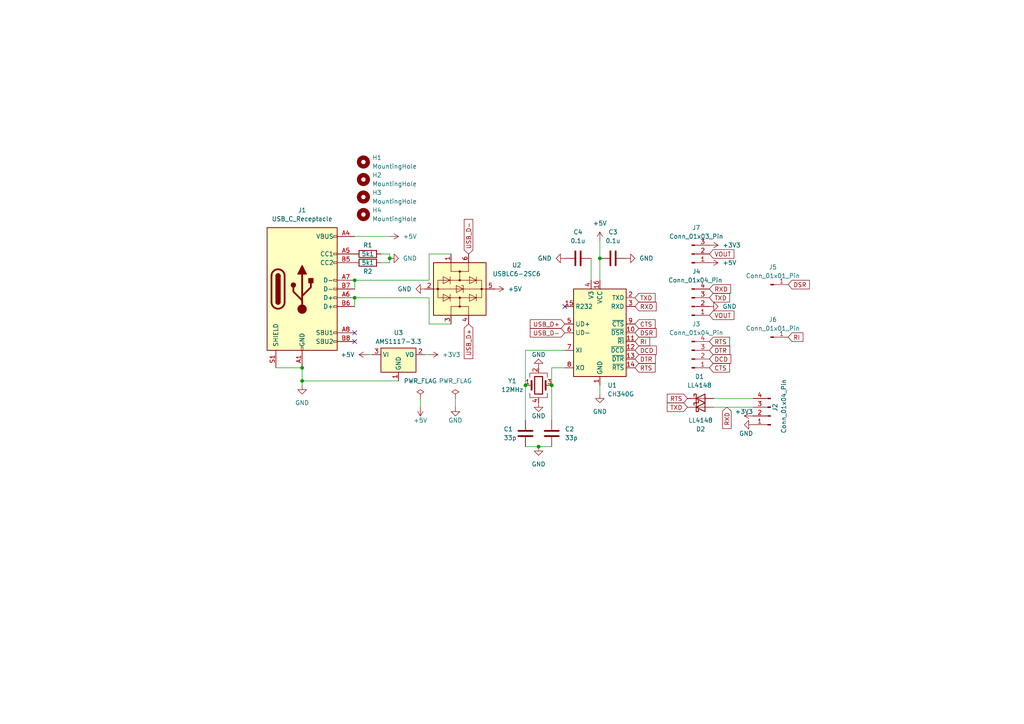
<source format=kicad_sch>
(kicad_sch (version 20230121) (generator eeschema)
  (paper "A4")
  (lib_symbols
    (symbol "Connector:Conn_01x01_Pin" (pin_names (offset 1.016) hide)
      (property "Reference" "J" (at 0 2.54 0))
      (property "Value" "Conn_01x01_Pin" (at 0 -2.54 0))
      (symbol "Conn_01x01_Pin_1_1"
        (polyline (pts (xy 1.27 0) (xy 0.8636 0)) (stroke (width 0.1524)))
        (rectangle (start 0.8636 0.127) (end 0 -0.127) (stroke (width 0.1524)) (fill (type outline)))
        (pin passive line (at 5.08 0 180) (length 3.81) (name "Pin_1") (number "1"))
      )
    )
    (symbol "Connector:Conn_01x03_Pin" (pin_names (offset 1.016) hide)
      (property "Reference" "J" (at 0 5.08 0))
      (property "Value" "Conn_01x03_Pin" (at 0 -5.08 0))
      (symbol "Conn_01x03_Pin_1_1"
        (polyline (pts (xy 1.27 -2.54) (xy 0.8636 -2.54)) (stroke (width 0.1524)))
        (polyline (pts (xy 1.27 0) (xy 0.8636 0)) (stroke (width 0.1524)))
        (polyline (pts (xy 1.27 2.54) (xy 0.8636 2.54)) (stroke (width 0.1524)))
        (rectangle (start 0.8636 -2.413) (end 0 -2.667) (stroke (width 0.1524)) (fill (type outline)))
        (rectangle (start 0.8636 0.127) (end 0 -0.127) (stroke (width 0.1524)) (fill (type outline)))
        (rectangle (start 0.8636 2.667) (end 0 2.413) (stroke (width 0.1524)) (fill (type outline)))
        (pin passive line (at 5.08 2.54 180) (length 3.81) (name "Pin_1") (number "1"))
        (pin passive line (at 5.08 0 180) (length 3.81) (name "Pin_2") (number "2"))
        (pin passive line (at 5.08 -2.54 180) (length 3.81) (name "Pin_3") (number "3"))
      )
    )
    (symbol "Connector:Conn_01x04_Pin" (pin_names (offset 1.016) hide)
      (property "Reference" "J" (at 0 5.08 0))
      (property "Value" "Conn_01x04_Pin" (at 0 -7.62 0))
      (symbol "Conn_01x04_Pin_1_1"
        (polyline (pts (xy 1.27 -5.08) (xy 0.8636 -5.08)) (stroke (width 0.1524)))
        (polyline (pts (xy 1.27 -2.54) (xy 0.8636 -2.54)) (stroke (width 0.1524)))
        (polyline (pts (xy 1.27 0) (xy 0.8636 0)) (stroke (width 0.1524)))
        (polyline (pts (xy 1.27 2.54) (xy 0.8636 2.54)) (stroke (width 0.1524)))
        (rectangle (start 0.8636 -4.953) (end 0 -5.207) (stroke (width 0.1524)) (fill (type outline)))
        (rectangle (start 0.8636 -2.413) (end 0 -2.667) (stroke (width 0.1524)) (fill (type outline)))
        (rectangle (start 0.8636 0.127) (end 0 -0.127) (stroke (width 0.1524)) (fill (type outline)))
        (rectangle (start 0.8636 2.667) (end 0 2.413) (stroke (width 0.1524)) (fill (type outline)))
        (pin passive line (at 5.08 2.54 180) (length 3.81) (name "Pin_1") (number "1"))
        (pin passive line (at 5.08 0 180) (length 3.81) (name "Pin_2") (number "2"))
        (pin passive line (at 5.08 -2.54 180) (length 3.81) (name "Pin_3") (number "3"))
        (pin passive line (at 5.08 -5.08 180) (length 3.81) (name "Pin_4") (number "4"))
      )
    )
    (symbol "Connector:USB_C_Receptacle_USB2.0" (pin_names (offset 1.016))
      (property "Reference" "J" (at -10.16 19.05 0))
      (property "Value" "USB_C_Receptacle_USB2.0" (at 19.05 19.05 0))
      (symbol "USB_C_Receptacle_USB2.0_0_0"
        (rectangle (start -0.254 -17.78) (end 0.254 -16.764))
        (rectangle (start 10.16 -14.986) (end 9.144 -15.494))
        (rectangle (start 10.16 -12.446) (end 9.144 -12.954))
        (rectangle (start 10.16 -4.826) (end 9.144 -5.334))
        (rectangle (start 10.16 -2.286) (end 9.144 -2.794))
        (rectangle (start 10.16 0.254) (end 9.144 -0.254))
        (rectangle (start 10.16 2.794) (end 9.144 2.286))
        (rectangle (start 10.16 7.874) (end 9.144 7.366))
        (rectangle (start 10.16 10.414) (end 9.144 9.906))
        (rectangle (start 10.16 15.494) (end 9.144 14.986))
      )
      (symbol "USB_C_Receptacle_USB2.0_0_1"
        (rectangle (start -10.16 17.78) (end 10.16 -17.78) (stroke (width 0.254)) (fill (type background)))
        (arc (start -8.89 -3.81) (mid -6.985 -5.7067) (end -5.08 -3.81) (stroke (width 0.508)))
        (arc (start -7.62 -3.81) (mid -6.985 -4.4423) (end -6.35 -3.81) (stroke (width 0.254)))
        (arc (start -7.62 -3.81) (mid -6.985 -4.4423) (end -6.35 -3.81) (stroke (width 0.254)) (fill (type outline)))
        (rectangle (start -7.62 -3.81) (end -6.35 3.81) (stroke (width 0.254)) (fill (type outline)))
        (arc (start -6.35 3.81) (mid -6.985 4.4423) (end -7.62 3.81) (stroke (width 0.254)))
        (arc (start -6.35 3.81) (mid -6.985 4.4423) (end -7.62 3.81) (stroke (width 0.254)) (fill (type outline)))
        (arc (start -5.08 3.81) (mid -6.985 5.7067) (end -8.89 3.81) (stroke (width 0.508)))
        (circle (center -2.54 1.143) (radius 0.635) (stroke (width 0.254)) (fill (type outline)))
        (circle (center 0 -5.842) (radius 1.27) (fill (type outline)))
        (polyline (pts (xy -8.89 -3.81) (xy -8.89 3.81)) (stroke (width 0.508)))
        (polyline (pts (xy -5.08 3.81) (xy -5.08 -3.81)) (stroke (width 0.508)))
        (polyline (pts (xy 0 -5.842) (xy 0 4.318)) (stroke (width 0.508)))
        (polyline (pts (xy 0 -3.302) (xy -2.54 -0.762) (xy -2.54 0.508)) (stroke (width 0.508)))
        (polyline (pts (xy 0 -2.032) (xy 2.54 0.508) (xy 2.54 1.778)) (stroke (width 0.508)))
        (polyline (pts (xy -1.27 4.318) (xy 0 6.858) (xy 1.27 4.318) (xy -1.27 4.318)) (stroke (width 0.254)) (fill (type outline)))
        (rectangle (start 1.905 1.778) (end 3.175 3.048) (stroke (width 0.254)) (fill (type outline)))
      )
      (symbol "USB_C_Receptacle_USB2.0_1_1"
        (pin passive line (at 0 -22.86 90) (length 5.08) (name "GND") (number "A1"))
        (pin passive line (at 0 -22.86 90) (length 5.08) hide (name "GND") (number "A12"))
        (pin passive line (at 15.24 15.24 180) (length 5.08) (name "VBUS") (number "A4"))
        (pin bidirectional line (at 15.24 10.16 180) (length 5.08) (name "CC1") (number "A5"))
        (pin bidirectional line (at 15.24 -2.54 180) (length 5.08) (name "D+") (number "A6"))
        (pin bidirectional line (at 15.24 2.54 180) (length 5.08) (name "D-") (number "A7"))
        (pin bidirectional line (at 15.24 -12.7 180) (length 5.08) (name "SBU1") (number "A8"))
        (pin passive line (at 15.24 15.24 180) (length 5.08) hide (name "VBUS") (number "A9"))
        (pin passive line (at 0 -22.86 90) (length 5.08) hide (name "GND") (number "B1"))
        (pin passive line (at 0 -22.86 90) (length 5.08) hide (name "GND") (number "B12"))
        (pin passive line (at 15.24 15.24 180) (length 5.08) hide (name "VBUS") (number "B4"))
        (pin bidirectional line (at 15.24 7.62 180) (length 5.08) (name "CC2") (number "B5"))
        (pin bidirectional line (at 15.24 -5.08 180) (length 5.08) (name "D+") (number "B6"))
        (pin bidirectional line (at 15.24 0 180) (length 5.08) (name "D-") (number "B7"))
        (pin bidirectional line (at 15.24 -15.24 180) (length 5.08) (name "SBU2") (number "B8"))
        (pin passive line (at 15.24 15.24 180) (length 5.08) hide (name "VBUS") (number "B9"))
        (pin passive line (at -7.62 -22.86 90) (length 5.08) (name "SHIELD") (number "S1"))
      )
    )
    (symbol "Device:C" (pin_numbers hide) (pin_names (offset 0.254))
      (property "Reference" "C" (at 0.635 2.54 0))
      (property "Value" "C" (at 0.635 -2.54 0))
      (symbol "C_0_1"
        (polyline (pts (xy -2.032 -0.762) (xy 2.032 -0.762)) (stroke (width 0.508)))
        (polyline (pts (xy -2.032 0.762) (xy 2.032 0.762)) (stroke (width 0.508)))
      )
      (symbol "C_1_1"
        (pin passive line (at 0 3.81 270) (length 2.794) (name "~") (number "1"))
        (pin passive line (at 0 -3.81 90) (length 2.794) (name "~") (number "2"))
      )
    )
    (symbol "Device:Crystal_GND24" (pin_names (offset 1.016) hide)
      (property "Reference" "Y" (at 3.175 5.08 0))
      (property "Value" "Crystal_GND24" (at 3.175 3.175 0))
      (symbol "Crystal_GND24_0_1"
        (rectangle (start -1.143 2.54) (end 1.143 -2.54) (stroke (width 0.3048)))
        (polyline (pts (xy -2.54 0) (xy -2.032 0)))
        (polyline (pts (xy -2.032 -1.27) (xy -2.032 1.27)) (stroke (width 0.508)))
        (polyline (pts (xy 0 -3.81) (xy 0 -3.556)))
        (polyline (pts (xy 0 3.556) (xy 0 3.81)))
        (polyline (pts (xy 2.032 -1.27) (xy 2.032 1.27)) (stroke (width 0.508)))
        (polyline (pts (xy 2.032 0) (xy 2.54 0)))
        (polyline (pts (xy -2.54 -2.286) (xy -2.54 -3.556) (xy 2.54 -3.556) (xy 2.54 -2.286)))
        (polyline (pts (xy -2.54 2.286) (xy -2.54 3.556) (xy 2.54 3.556) (xy 2.54 2.286)))
      )
      (symbol "Crystal_GND24_1_1"
        (pin passive line (at -3.81 0 0) (length 1.27) (name "1") (number "1"))
        (pin passive line (at 0 5.08 270) (length 1.27) (name "2") (number "2"))
        (pin passive line (at 3.81 0 180) (length 1.27) (name "3") (number "3"))
        (pin passive line (at 0 -5.08 90) (length 1.27) (name "4") (number "4"))
      )
    )
    (symbol "Device:D_Schottky" (pin_numbers hide) (pin_names (offset 1.016) hide)
      (property "Reference" "D" (at 0 2.54 0))
      (property "Value" "D_Schottky" (at 0 -2.54 0))
      (symbol "D_Schottky_0_1"
        (polyline (pts (xy 1.27 0) (xy -1.27 0)))
        (polyline (pts (xy 1.27 1.27) (xy 1.27 -1.27) (xy -1.27 0) (xy 1.27 1.27)) (stroke (width 0.254)))
        (polyline (pts (xy -1.905 0.635) (xy -1.905 1.27) (xy -1.27 1.27) (xy -1.27 -1.27) (xy -0.635 -1.27) (xy -0.635 -0.635)) (stroke (width 0.254)))
      )
      (symbol "D_Schottky_1_1"
        (pin passive line (at -3.81 0 0) (length 2.54) (name "K") (number "1"))
        (pin passive line (at 3.81 0 180) (length 2.54) (name "A") (number "2"))
      )
    )
    (symbol "Device:R" (pin_numbers hide) (pin_names (offset 0))
      (property "Reference" "R" (at 2.032 0 90))
      (property "Value" "R" (at 0 0 90))
      (symbol "R_0_1"
        (rectangle (start -1.016 -2.54) (end 1.016 2.54) (stroke (width 0.254)))
      )
      (symbol "R_1_1"
        (pin passive line (at 0 3.81 270) (length 1.27) (name "~") (number "1"))
        (pin passive line (at 0 -3.81 90) (length 1.27) (name "~") (number "2"))
      )
    )
    (symbol "Interface_USB:CH340G"
      (property "Reference" "U" (at -5.08 13.97 0))
      (property "Value" "CH340G" (at 1.27 13.97 0))
      (symbol "CH340G_0_1"
        (rectangle (start -7.62 12.7) (end 7.62 -12.7) (stroke (width 0.254)) (fill (type background)))
      )
      (symbol "CH340G_1_1"
        (pin power_in line (at 0 -15.24 90) (length 2.54) (name "GND") (number "1"))
        (pin input line (at 10.16 0 180) (length 2.54) (name "~{DSR}") (number "10"))
        (pin input line (at 10.16 -2.54 180) (length 2.54) (name "~{RI}") (number "11"))
        (pin input line (at 10.16 -5.08 180) (length 2.54) (name "~{DCD}") (number "12"))
        (pin output line (at 10.16 -7.62 180) (length 2.54) (name "~{DTR}") (number "13"))
        (pin output line (at 10.16 -10.16 180) (length 2.54) (name "~{RTS}") (number "14"))
        (pin input line (at -10.16 7.62 0) (length 2.54) (name "R232") (number "15"))
        (pin power_in line (at 0 15.24 270) (length 2.54) (name "VCC") (number "16"))
        (pin output line (at 10.16 10.16 180) (length 2.54) (name "TXD") (number "2"))
        (pin input line (at 10.16 7.62 180) (length 2.54) (name "RXD") (number "3"))
        (pin passive line (at -2.54 15.24 270) (length 2.54) (name "V3") (number "4"))
        (pin bidirectional line (at -10.16 2.54 0) (length 2.54) (name "UD+") (number "5"))
        (pin bidirectional line (at -10.16 0 0) (length 2.54) (name "UD-") (number "6"))
        (pin input line (at -10.16 -5.08 0) (length 2.54) (name "XI") (number "7"))
        (pin output line (at -10.16 -10.16 0) (length 2.54) (name "XO") (number "8"))
        (pin input line (at 10.16 2.54 180) (length 2.54) (name "~{CTS}") (number "9"))
      )
    )
    (symbol "Mechanical:MountingHole" (pin_names (offset 1.016))
      (property "Reference" "H" (at 0 5.08 0))
      (property "Value" "MountingHole" (at 0 3.175 0))
      (symbol "MountingHole_0_1"
        (circle (center 0 0) (radius 1.27) (stroke (width 1.27)))
      )
    )
    (symbol "Power_Protection:USBLC6-2SC6" (pin_names hide)
      (property "Reference" "U" (at 2.54 8.89 0))
      (property "Value" "USBLC6-2SC6" (at 2.54 -8.89 0))
      (symbol "USBLC6-2SC6_0_1"
        (rectangle (start -7.62 -7.62) (end 7.62 7.62) (stroke (width 0.254)) (fill (type background)))
        (circle (center -5.08 0) (radius 0.254) (fill (type outline)))
        (circle (center -2.54 0) (radius 0.254) (fill (type outline)))
        (rectangle (start -2.54 6.35) (end 2.54 -6.35))
        (circle (center 0 -6.35) (radius 0.254) (fill (type outline)))
        (polyline (pts (xy -5.08 -2.54) (xy -7.62 -2.54)))
        (polyline (pts (xy -5.08 0) (xy -5.08 -2.54)))
        (polyline (pts (xy -5.08 2.54) (xy -7.62 2.54)))
        (polyline (pts (xy -1.524 -2.794) (xy -3.556 -2.794)))
        (polyline (pts (xy -1.524 4.826) (xy -3.556 4.826)))
        (polyline (pts (xy 0 -7.62) (xy 0 -6.35)))
        (polyline (pts (xy 0 -6.35) (xy 0 1.27)))
        (polyline (pts (xy 0 1.27) (xy 0 6.35)))
        (polyline (pts (xy 0 6.35) (xy 0 7.62)))
        (polyline (pts (xy 1.524 -2.794) (xy 3.556 -2.794)))
        (polyline (pts (xy 1.524 4.826) (xy 3.556 4.826)))
        (polyline (pts (xy 5.08 -2.54) (xy 7.62 -2.54)))
        (polyline (pts (xy 5.08 0) (xy 5.08 -2.54)))
        (polyline (pts (xy 5.08 2.54) (xy 7.62 2.54)))
        (polyline (pts (xy -2.54 0) (xy -5.08 0) (xy -5.08 2.54)))
        (polyline (pts (xy 2.54 0) (xy 5.08 0) (xy 5.08 2.54)))
        (polyline (pts (xy -3.556 -4.826) (xy -1.524 -4.826) (xy -2.54 -2.794) (xy -3.556 -4.826)))
        (polyline (pts (xy -3.556 2.794) (xy -1.524 2.794) (xy -2.54 4.826) (xy -3.556 2.794)))
        (polyline (pts (xy -1.016 -1.016) (xy 1.016 -1.016) (xy 0 1.016) (xy -1.016 -1.016)))
        (polyline (pts (xy 1.016 1.016) (xy 0.762 1.016) (xy -1.016 1.016) (xy -1.016 0.508)))
        (polyline (pts (xy 3.556 -4.826) (xy 1.524 -4.826) (xy 2.54 -2.794) (xy 3.556 -4.826)))
        (polyline (pts (xy 3.556 2.794) (xy 1.524 2.794) (xy 2.54 4.826) (xy 3.556 2.794)))
        (circle (center 0 6.35) (radius 0.254) (fill (type outline)))
        (circle (center 2.54 0) (radius 0.254) (fill (type outline)))
        (circle (center 5.08 0) (radius 0.254) (fill (type outline)))
      )
      (symbol "USBLC6-2SC6_1_1"
        (pin passive line (at -10.16 -2.54 0) (length 2.54) (name "I/O1") (number "1"))
        (pin passive line (at 0 -10.16 90) (length 2.54) (name "GND") (number "2"))
        (pin passive line (at 10.16 -2.54 180) (length 2.54) (name "I/O2") (number "3"))
        (pin passive line (at 10.16 2.54 180) (length 2.54) (name "I/O2") (number "4"))
        (pin passive line (at 0 10.16 270) (length 2.54) (name "VBUS") (number "5"))
        (pin passive line (at -10.16 2.54 0) (length 2.54) (name "I/O1") (number "6"))
      )
    )
    (symbol "Regulator_Linear:AMS1117-3.3"
      (property "Reference" "U" (at -3.81 3.175 0))
      (property "Value" "AMS1117-3.3" (at 0 3.175 0))
      (symbol "AMS1117-3.3_0_1"
        (rectangle (start -5.08 -5.08) (end 5.08 1.905) (stroke (width 0.254)) (fill (type background)))
      )
      (symbol "AMS1117-3.3_1_1"
        (pin power_in line (at 0 -7.62 90) (length 2.54) (name "GND") (number "1"))
        (pin power_out line (at 7.62 0 180) (length 2.54) (name "VO") (number "2"))
        (pin power_in line (at -7.62 0 0) (length 2.54) (name "VI") (number "3"))
      )
    )
    (symbol "power:+3V3" (power) (pin_names (offset 0))
      (property "Value" "+3V3" (at 0 3.556 0))
      (symbol "+3V3_0_1"
        (polyline (pts (xy -0.762 1.27) (xy 0 2.54)))
        (polyline (pts (xy 0 0) (xy 0 2.54)))
        (polyline (pts (xy 0 2.54) (xy 0.762 1.27)))
      )
      (symbol "+3V3_1_1"
        (pin power_in line (at 0 0 90) (length 0) hide (name "+3V3") (number "1"))
      )
    )
    (symbol "power:+5V" (power) (pin_names (offset 0))
      (property "Value" "+5V" (at 0 3.556 0))
      (symbol "+5V_0_1"
        (polyline (pts (xy -0.762 1.27) (xy 0 2.54)))
        (polyline (pts (xy 0 0) (xy 0 2.54)))
        (polyline (pts (xy 0 2.54) (xy 0.762 1.27)))
      )
      (symbol "+5V_1_1"
        (pin power_in line (at 0 0 90) (length 0) hide (name "+5V") (number "1"))
      )
    )
    (symbol "power:GND" (power) (pin_names (offset 0))
      (property "Value" "GND" (at 0 -3.81 0))
      (symbol "GND_0_1"
        (polyline (pts (xy 0 0) (xy 0 -1.27) (xy 1.27 -1.27) (xy 0 -2.54) (xy -1.27 -1.27) (xy 0 -1.27)))
      )
      (symbol "GND_1_1"
        (pin power_in line (at 0 0 270) (length 0) hide (name "GND") (number "1"))
      )
    )
    (symbol "power:PWR_FLAG" (power) (pin_numbers hide) (pin_names (offset 0) hide)
      (property "Value" "PWR_FLAG" (at 0 3.81 0))
      (symbol "PWR_FLAG_0_0"
        (pin power_out line (at 0 0 90) (length 0) (name "pwr") (number "1"))
      )
      (symbol "PWR_FLAG_0_1"
        (polyline (pts (xy 0 0) (xy 0 1.27) (xy -1.016 1.905) (xy 0 2.54) (xy 1.016 1.905) (xy 0 1.27)))
      )
    )
  )
  (junction (at 87.63 110.49))
  (junction (at 152.4 111.76))
  (junction (at 102.87 81.28))
  (junction (at 160.02 111.76))
  (junction (at 113.03 74.93))
  (junction (at 173.99 74.93))
  (junction (at 156.21 129.54))
  (junction (at 87.63 106.68))
  (junction (at 102.87 86.36))
  (no_connect (at 102.87 99.06))
  (no_connect (at 163.83 88.9))
  (no_connect (at 102.87 96.52))
  (wire (pts (xy 207.01 118.11) (xy 218.44 118.11)))
  (wire (pts (xy 160.02 106.68) (xy 160.02 111.76)))
  (wire (pts (xy 80.01 106.68) (xy 87.63 106.68)))
  (wire (pts (xy 124.46 73.66) (xy 124.46 81.28)))
  (wire (pts (xy 115.57 110.49) (xy 87.63 110.49)))
  (wire (pts (xy 124.46 93.98) (xy 130.81 93.98)))
  (wire (pts (xy 110.49 76.2) (xy 113.03 76.2)))
  (wire (pts (xy 124.46 86.36) (xy 124.46 93.98)))
  (wire (pts (xy 124.46 73.66) (xy 130.81 73.66)))
  (wire (pts (xy 123.19 102.87) (xy 124.46 102.87)))
  (wire (pts (xy 110.49 73.66) (xy 113.03 73.66)))
  (wire (pts (xy 102.87 86.36) (xy 124.46 86.36)))
  (wire (pts (xy 152.4 101.6) (xy 152.4 111.76)))
  (wire (pts (xy 171.45 74.93) (xy 171.45 81.28)))
  (wire (pts (xy 132.08 115.57) (xy 132.08 118.11)))
  (wire (pts (xy 173.99 74.93) (xy 173.99 81.28)))
  (wire (pts (xy 87.63 106.68) (xy 87.63 110.49)))
  (wire (pts (xy 102.87 86.36) (xy 102.87 88.9)))
  (wire (pts (xy 121.92 115.57) (xy 121.92 118.11)))
  (wire (pts (xy 87.63 110.49) (xy 87.63 111.76)))
  (wire (pts (xy 102.87 81.28) (xy 124.46 81.28)))
  (wire (pts (xy 113.03 76.2) (xy 113.03 74.93)))
  (wire (pts (xy 160.02 111.76) (xy 160.02 121.92)))
  (wire (pts (xy 152.4 111.76) (xy 152.4 121.92)))
  (wire (pts (xy 173.99 69.85) (xy 173.99 74.93)))
  (wire (pts (xy 106.68 102.87) (xy 107.95 102.87)))
  (wire (pts (xy 163.83 106.68) (xy 160.02 106.68)))
  (wire (pts (xy 102.87 68.58) (xy 113.03 68.58)))
  (wire (pts (xy 102.87 81.28) (xy 102.87 83.82)))
  (wire (pts (xy 207.01 115.57) (xy 218.44 115.57)))
  (wire (pts (xy 113.03 73.66) (xy 113.03 74.93)))
  (wire (pts (xy 156.21 129.54) (xy 160.02 129.54)))
  (wire (pts (xy 152.4 129.54) (xy 156.21 129.54)))
  (wire (pts (xy 163.83 101.6) (xy 152.4 101.6)))
  (wire (pts (xy 173.99 111.76) (xy 173.99 114.3)))
  (global_label "USB_D+" (shape input) (at 163.83 93.98 180) (property "Intersheetrefs" "${INTERSHEET_REFS}" (effects hide)))
  (global_label "DCD" (shape input) (at 205.74 104.14 0) (property "Intersheetrefs" "${INTERSHEET_REFS}" (effects hide)))
  (global_label "TXD" (shape input) (at 199.39 118.11 180) (property "Intersheetrefs" "${INTERSHEET_REFS}" (effects hide)))
  (global_label "USB_D-" (shape input) (at 163.83 96.52 180) (property "Intersheetrefs" "${INTERSHEET_REFS}" (effects hide)))
  (global_label "RTS" (shape input) (at 199.39 115.57 180) (property "Intersheetrefs" "${INTERSHEET_REFS}" (effects hide)))
  (global_label "RXD" (shape input) (at 210.82 118.11 270) (property "Intersheetrefs" "${INTERSHEET_REFS}" (effects hide)))
  (global_label "RXD" (shape input) (at 184.15 88.9 0) (property "Intersheetrefs" "${INTERSHEET_REFS}" (effects hide)))
  (global_label "DTR" (shape input) (at 205.74 101.6 0) (property "Intersheetrefs" "${INTERSHEET_REFS}" (effects hide)))
  (global_label "USB_D-" (shape input) (at 135.89 73.66 90) (property "Intersheetrefs" "${INTERSHEET_REFS}" (effects hide)))
  (global_label "DTR" (shape input) (at 184.15 104.14 0) (property "Intersheetrefs" "${INTERSHEET_REFS}" (effects hide)))
  (global_label "RTS" (shape input) (at 205.74 99.06 0) (property "Intersheetrefs" "${INTERSHEET_REFS}" (effects hide)))
  (global_label "RTS" (shape input) (at 184.15 106.68 0) (property "Intersheetrefs" "${INTERSHEET_REFS}" (effects hide)))
  (global_label "RXD" (shape input) (at 205.74 83.82 0) (property "Intersheetrefs" "${INTERSHEET_REFS}" (effects hide)))
  (global_label "DCD" (shape input) (at 184.15 101.6 0) (property "Intersheetrefs" "${INTERSHEET_REFS}" (effects hide)))
  (global_label "USB_D+" (shape input) (at 135.89 93.98 270) (property "Intersheetrefs" "${INTERSHEET_REFS}" (effects hide)))
  (global_label "DSR" (shape input) (at 184.15 96.52 0) (property "Intersheetrefs" "${INTERSHEET_REFS}" (effects hide)))
  (global_label "RI" (shape input) (at 184.15 99.06 0) (property "Intersheetrefs" "${INTERSHEET_REFS}" (effects hide)))
  (global_label "CTS" (shape input) (at 205.74 106.68 0) (property "Intersheetrefs" "${INTERSHEET_REFS}" (effects hide)))
  (global_label "RI" (shape input) (at 228.6 97.79 0) (property "Intersheetrefs" "${INTERSHEET_REFS}" (effects hide)))
  (global_label "TXD" (shape input) (at 205.74 86.36 0) (property "Intersheetrefs" "${INTERSHEET_REFS}" (effects hide)))
  (global_label "VOUT" (shape input) (at 205.74 73.66 0) (property "Intersheetrefs" "${INTERSHEET_REFS}" (effects hide)))
  (global_label "DSR" (shape input) (at 228.6 82.55 0) (property "Intersheetrefs" "${INTERSHEET_REFS}" (effects hide)))
  (global_label "VOUT" (shape input) (at 205.74 91.44 0) (property "Intersheetrefs" "${INTERSHEET_REFS}" (effects hide)))
  (global_label "TXD" (shape input) (at 184.15 86.36 0) (property "Intersheetrefs" "${INTERSHEET_REFS}" (effects hide)))
  (global_label "CTS" (shape input) (at 184.15 93.98 0) (property "Intersheetrefs" "${INTERSHEET_REFS}" (effects hide)))
  (symbol (lib_id "power:+5V") (at 143.51 83.82 270) (unit 1)
    (property "Reference" "#PWR01" (effects hide))
    (property "Value" "+5V" (at 147.32 83.82 90) (effects (justify left)))
  )
  (symbol (lib_id "Device:Crystal_GND24") (at 156.21 111.76 0) (unit 1)
    (property "Reference" "Y1" (at 148.59 110.49 0))
    (property "Value" "12MHz" (at 148.59 113.03 0))
    (property "Footprint" "Crystal:Crystal_SMD_3225-4Pin_3.2x2.5mm" (effects hide))
    (property "LCSC Part" "C9002" (effects hide))
  )
  (symbol (lib_id "power:GND") (at 113.03 74.93 90) (unit 1)
    (property "Reference" "#PWR021" (effects hide))
    (property "Value" "GND" (at 116.84 74.93 90) (effects (justify right)))
  )
  (symbol (lib_id "power:GND") (at 156.21 106.68 180) (unit 1)
    (property "Reference" "#PWR04" (effects hide))
    (property "Value" "GND" (at 156.21 102.87 0))
  )
  (symbol (lib_id "power:GND") (at 173.99 114.3 0) (unit 1)
    (property "Reference" "#PWR06" (effects hide))
    (property "Value" "GND" (at 173.99 119.38 0))
  )
  (symbol (lib_id "Connector:Conn_01x01_Pin") (at 223.52 97.79 0) (unit 1)
    (property "Reference" "J6" (at 224.155 92.71 0))
    (property "Value" "Conn_01x01_Pin" (at 224.155 95.25 0))
    (property "Footprint" "Connector_PinHeader_2.54mm:PinHeader_1x01_P2.54mm_Vertical" (effects hide))
  )
  (symbol (lib_id "power:GND") (at 123.19 83.82 270) (unit 1)
    (property "Reference" "#PWR02" (effects hide))
    (property "Value" "GND" (at 119.38 83.82 90) (effects (justify right)))
  )
  (symbol (lib_id "power:PWR_FLAG") (at 121.92 115.57 0) (unit 1)
    (property "Reference" "#FLG01" (effects hide))
    (property "Value" "PWR_FLAG" (at 121.92 110.49 0))
  )
  (symbol (lib_id "power:+5V") (at 173.99 69.85 0) (unit 1)
    (property "Reference" "#PWR07" (effects hide))
    (property "Value" "+5V" (at 173.99 64.77 0))
  )
  (symbol (lib_id "Power_Protection:USBLC6-2SC6") (at 133.35 83.82 270) (unit 1)
    (property "Reference" "U2" (at 149.86 76.8919 90))
    (property "Value" "USBLC6-2SC6" (at 149.86 79.4319 90))
    (property "Footprint" "Package_TO_SOT_SMD:SOT-666" (effects hide))
    (property "Datasheet" "https://www.st.com/resource/en/datasheet/usblc6-2.pdf" (effects hide))
    (property "LCSC Part" "C2827693" (effects hide))
  )
  (symbol (lib_id "power:GND") (at 181.61 74.93 90) (unit 1)
    (property "Reference" "#PWR09" (effects hide))
    (property "Value" "GND" (at 185.42 74.93 90) (effects (justify right)))
  )
  (symbol (lib_id "Connector:Conn_01x04_Pin") (at 200.66 104.14 0) (mirror x) (unit 1)
    (property "Reference" "J3" (at 201.93 93.98 0))
    (property "Value" "Conn_01x04_Pin" (at 201.93 96.52 0))
    (property "Footprint" "Connector_PinHeader_2.54mm:PinHeader_1x04_P2.54mm_Vertical" (effects hide))
  )
  (symbol (lib_id "Device:C") (at 167.64 74.93 270) (unit 1)
    (property "Reference" "C4" (at 167.64 67.31 90))
    (property "Value" "0.1u" (at 167.64 69.85 90))
    (property "Footprint" "Capacitor_SMD:C_0603_1608Metric" (effects hide))
    (property "Datasheet" "https://datasheet.lcsc.com/lcsc/2304140030_FH--Guangdong-Fenghua-Advanced-Tech-0603F104M500NT_C42998.pdf" (effects hide))
    (property "LCSC Part" "C42998" (effects hide))
  )
  (symbol (lib_id "Interface_USB:CH340G") (at 173.99 96.52 0) (unit 1)
    (property "Reference" "U1" (at 176.1841 111.76 0) (effects (justify left)))
    (property "Value" "CH340G" (at 176.1841 114.3 0) (effects (justify left)))
    (property "Footprint" "Package_SO:SOIC-16_3.9x9.9mm_P1.27mm" (effects hide))
    (property "Datasheet" "https://datasheet.lcsc.com/lcsc/2305301024_WCH-Jiangsu-Qin-Heng-CH340G_C14267.pdf" (effects hide))
    (property "LCSC Part" "C14267" (effects hide))
  )
  (symbol (lib_id "Connector:USB_C_Receptacle_USB2.0") (at 87.63 83.82 0) (unit 1)
    (property "Reference" "J1" (at 87.63 60.96 0))
    (property "Value" "USB_C_Receptacle" (at 87.63 63.5 0))
    (property "Footprint" "Connector_USB:USB_C_Receptacle_G-Switch_GT-USB-7010ASV" (effects hide))
    (property "Datasheet" "https://www.usb.org/sites/default/files/documents/usb_type-c.zip" (effects hide))
    (property "LCSC Part" "C2988369" (effects hide))
  )
  (symbol (lib_id "Regulator_Linear:AMS1117-3.3") (at 115.57 102.87 0) (unit 1)
    (property "Reference" "U3" (at 115.57 96.52 0))
    (property "Value" "AMS1117-3.3" (at 115.57 99.06 0))
    (property "Footprint" "Package_TO_SOT_SMD:SOT-223-3_TabPin2" (effects hide))
    (property "Datasheet" "http://www.advanced-monolithic.com/pdf/ds1117.pdf" (effects hide))
    (property "LCSC Part" "C6186" (effects hide))
  )
  (symbol (lib_id "Connector:Conn_01x01_Pin") (at 223.52 82.55 0) (unit 1)
    (property "Reference" "J5" (at 224.155 77.47 0))
    (property "Value" "Conn_01x01_Pin" (at 224.155 80.01 0))
    (property "Footprint" "Connector_PinHeader_2.54mm:PinHeader_1x01_P2.54mm_Vertical" (effects hide))
  )
  (symbol (lib_id "Mechanical:MountingHole") (at 105.41 52.07 0) (unit 1)
    (property "Reference" "H2" (at 107.95 50.8 0) (effects (justify left)))
    (property "Value" "MountingHole" (at 107.95 53.34 0) (effects (justify left)))
    (property "Footprint" "MountingHole:MountingHole_3.2mm_M3" (effects hide))
  )
  (symbol (lib_id "Device:D_Schottky") (at 203.2 115.57 0) (unit 1)
    (property "Reference" "D1" (at 202.8825 109.22 0))
    (property "Value" "LL4148" (at 202.8825 111.76 0))
    (property "Footprint" "Diode_SMD:D_MiniMELF" (effects hide))
    (property "Datasheet" "https://datasheet.lcsc.com/lcsc/2109011130_YONGYUTAI-LL4148_C2891733.pdf" (effects hide))
    (property "LCSC Part" "C2891733" (effects hide))
  )
  (symbol (lib_id "power:GND") (at 156.21 129.54 0) (unit 1)
    (property "Reference" "#PWR08" (effects hide))
    (property "Value" "GND" (at 156.21 134.62 0))
  )
  (symbol (lib_id "Mechanical:MountingHole") (at 105.41 46.99 0) (unit 1)
    (property "Reference" "H1" (at 107.95 45.72 0) (effects (justify left)))
    (property "Value" "MountingHole" (at 107.95 48.26 0) (effects (justify left)))
    (property "Footprint" "MountingHole:MountingHole_3.2mm_M3" (effects hide))
  )
  (symbol (lib_id "Device:R") (at 106.68 76.2 90) (unit 1)
    (property "Reference" "R2" (at 106.68 78.74 90))
    (property "Value" "5k1" (at 106.68 76.2 90))
    (property "Footprint" "Resistor_SMD:R_0603_1608Metric" (effects hide))
    (property "Datasheet" "https://datasheet.lcsc.com/lcsc/1811082118_YAGEO-RT0603BRD075K1L_C122969.pdf" (effects hide))
    (property "LCSC Part" "C122969" (effects hide))
  )
  (symbol (lib_id "Connector:Conn_01x03_Pin") (at 200.66 73.66 0) (mirror x) (unit 1)
    (property "Reference" "J7" (at 201.93 66.04 0))
    (property "Value" "Conn_01x03_Pin" (at 201.93 68.58 0))
    (property "Footprint" "Connector_PinHeader_2.54mm:PinHeader_1x03_P2.54mm_Vertical" (effects hide))
  )
  (symbol (lib_id "power:+3V3") (at 205.74 71.12 270) (unit 1)
    (property "Reference" "#PWR014" (effects hide))
    (property "Value" "+3V3" (at 209.55 71.12 90) (effects (justify left)))
  )
  (symbol (lib_id "power:GND") (at 205.74 88.9 90) (unit 1)
    (property "Reference" "#PWR016" (effects hide))
    (property "Value" "GND" (at 209.55 88.9 90) (effects (justify right)))
  )
  (symbol (lib_id "power:+5V") (at 113.03 68.58 270) (unit 1)
    (property "Reference" "#PWR05" (effects hide))
    (property "Value" "+5V" (at 116.84 68.58 90) (effects (justify left)))
  )
  (symbol (lib_id "Connector:Conn_01x04_Pin") (at 200.66 88.9 0) (mirror x) (unit 1)
    (property "Reference" "J4" (at 203.2 78.74 0) (effects (justify right)))
    (property "Value" "Conn_01x04_Pin" (at 209.55 81.28 0) (effects (justify right)))
    (property "Footprint" "Connector_PinHeader_2.54mm:PinHeader_1x04_P2.54mm_Vertical" (effects hide))
  )
  (symbol (lib_id "power:GND") (at 156.21 116.84 0) (unit 1)
    (property "Reference" "#PWR011" (effects hide))
    (property "Value" "GND" (at 156.21 120.65 0))
  )
  (symbol (lib_id "power:+5V") (at 121.92 118.11 180) (unit 1)
    (property "Reference" "#PWR019" (effects hide))
    (property "Value" "+5V" (at 121.92 121.92 0))
  )
  (symbol (lib_id "Device:D_Schottky") (at 203.2 118.11 0) (unit 1)
    (property "Reference" "D2" (at 203.2 124.46 0))
    (property "Value" "LL4148" (at 203.2 121.92 0))
    (property "Footprint" "Diode_SMD:D_MiniMELF" (effects hide))
    (property "Datasheet" "https://datasheet.lcsc.com/lcsc/2109011130_YONGYUTAI-LL4148_C2891733.pdf" (effects hide))
    (property "LCSC Part" "C2891733" (effects hide))
  )
  (symbol (lib_id "power:GND") (at 132.08 118.11 0) (unit 1)
    (property "Reference" "#PWR020" (effects hide))
    (property "Value" "GND" (at 132.08 121.92 0))
  )
  (symbol (lib_id "power:GND") (at 87.63 111.76 0) (unit 1)
    (property "Reference" "#PWR03" (effects hide))
    (property "Value" "GND" (at 87.63 116.84 0))
  )
  (symbol (lib_id "power:+5V") (at 106.68 102.87 90) (unit 1)
    (property "Reference" "#PWR018" (effects hide))
    (property "Value" "+5V" (at 102.87 102.87 90) (effects (justify left)))
  )
  (symbol (lib_id "power:GND") (at 163.83 74.93 270) (unit 1)
    (property "Reference" "#PWR010" (effects hide))
    (property "Value" "GND" (at 160.02 74.93 90) (effects (justify right)))
  )
  (symbol (lib_id "power:+5V") (at 205.74 76.2 270) (unit 1)
    (property "Reference" "#PWR015" (effects hide))
    (property "Value" "+5V" (at 209.55 76.2 90) (effects (justify left)))
  )
  (symbol (lib_id "power:+3V3") (at 124.46 102.87 270) (unit 1)
    (property "Reference" "#PWR017" (effects hide))
    (property "Value" "+3V3" (at 128.27 102.87 90) (effects (justify left)))
  )
  (symbol (lib_id "Device:C") (at 152.4 125.73 0) (unit 1)
    (property "Reference" "C1" (at 146.05 124.46 0) (effects (justify left)))
    (property "Value" "33p" (at 146.05 127 0) (effects (justify left)))
    (property "Footprint" "Capacitor_SMD:C_0603_1608Metric" (effects hide))
    (property "Datasheet" "https://datasheet.lcsc.com/lcsc/2304140030_YAGEO-CC0603JRNPO9BN330_C107047.pdf" (effects hide))
    (property "LCSC Part" "C107047" (effects hide))
  )
  (symbol (lib_id "Mechanical:MountingHole") (at 105.41 62.23 0) (unit 1)
    (property "Reference" "H4" (at 107.95 60.96 0) (effects (justify left)))
    (property "Value" "MountingHole" (at 107.95 63.5 0) (effects (justify left)))
    (property "Footprint" "MountingHole:MountingHole_3.2mm_M3" (effects hide))
  )
  (symbol (lib_id "power:PWR_FLAG") (at 132.08 115.57 0) (unit 1)
    (property "Reference" "#FLG02" (effects hide))
    (property "Value" "PWR_FLAG" (at 132.08 110.49 0))
  )
  (symbol (lib_id "Connector:Conn_01x04_Pin") (at 223.52 120.65 180) (unit 1)
    (property "Reference" "J2" (at 224.79 119.38 90) (effects (justify right)))
    (property "Value" "Conn_01x04_Pin" (at 227.33 125.73 90) (effects (justify right)))
    (property "Footprint" "Connector_PinHeader_2.54mm:PinHeader_1x04_P2.54mm_Vertical" (effects hide))
  )
  (symbol (lib_id "Device:C") (at 160.02 125.73 0) (unit 1)
    (property "Reference" "C2" (at 163.83 124.46 0) (effects (justify left)))
    (property "Value" "33p" (at 163.83 127 0) (effects (justify left)))
    (property "Footprint" "Capacitor_SMD:C_0603_1608Metric" (effects hide))
    (property "Datasheet" "https://datasheet.lcsc.com/lcsc/2304140030_YAGEO-CC0603JRNPO9BN330_C107047.pdf" (effects hide))
    (property "LCSC Part" "C107047" (effects hide))
  )
  (symbol (lib_id "Device:R") (at 106.68 73.66 90) (unit 1)
    (property "Reference" "R1" (at 106.68 71.12 90))
    (property "Value" "5k1" (at 106.68 73.66 90))
    (property "Footprint" "Resistor_SMD:R_0603_1608Metric" (effects hide))
    (property "Datasheet" "https://datasheet.lcsc.com/lcsc/1811082118_YAGEO-RT0603BRD075K1L_C122969.pdf" (effects hide))
    (property "LCSC Part" "C122969" (effects hide))
  )
  (symbol (lib_id "power:+3V3") (at 218.44 120.65 90) (unit 1)
    (property "Reference" "#PWR013" (effects hide))
    (property "Value" "+3V3" (at 218.44 119.38 90) (effects (justify left)))
  )
  (symbol (lib_id "power:GND") (at 218.44 123.19 270) (unit 1)
    (property "Reference" "#PWR012" (effects hide))
    (property "Value" "GND" (at 218.44 125.73 90) (effects (justify right)))
  )
  (symbol (lib_id "Device:C") (at 177.8 74.93 90) (unit 1)
    (property "Reference" "C3" (at 177.8 67.31 90))
    (property "Value" "0.1u" (at 177.8 69.85 90))
    (property "Footprint" "Capacitor_SMD:C_0603_1608Metric" (effects hide))
    (property "Datasheet" "https://datasheet.lcsc.com/lcsc/2304140030_FH--Guangdong-Fenghua-Advanced-Tech-0603F104M500NT_C42998.pdf" (effects hide))
    (property "LCSC Part" "C42998" (effects hide))
  )
  (symbol (lib_id "Mechanical:MountingHole") (at 105.41 57.15 0) (unit 1)
    (property "Reference" "H3" (at 107.95 55.88 0) (effects (justify left)))
    (property "Value" "MountingHole" (at 107.95 58.42 0) (effects (justify left)))
    (property "Footprint" "MountingHole:MountingHole_3.2mm_M3" (effects hide))
  )
)
</source>
